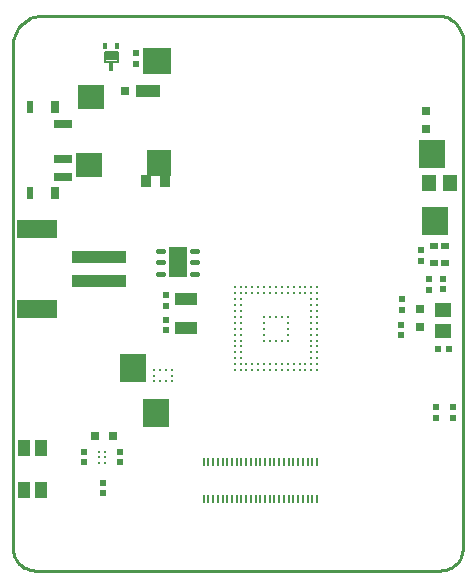
<source format=gbr>
G04 EAGLE Gerber RS-274X export*
G75*
%MOMM*%
%FSLAX34Y34*%
%LPD*%
%INSolderpaste Top*%
%IPPOS*%
%AMOC8*
5,1,8,0,0,1.08239X$1,22.5*%
G01*
%ADD10R,1.150000X1.450000*%
%ADD11R,0.620000X0.620000*%
%ADD12R,1.450000X1.150000*%
%ADD13R,0.950000X1.000000*%
%ADD14R,0.700000X0.600000*%
%ADD15R,4.600000X1.000000*%
%ADD16R,3.400000X1.600000*%
%ADD17R,2.235200X2.489200*%
%ADD18R,2.489200X2.235200*%
%ADD19R,0.195575X0.685800*%
%ADD20R,0.800000X0.800000*%
%ADD21R,0.500000X0.500000*%
%ADD22R,1.050000X1.400000*%
%ADD23R,1.500000X0.700000*%
%ADD24R,0.600000X1.000000*%
%ADD25R,0.800000X1.000000*%
%ADD26C,0.250000*%
%ADD27C,0.254000*%
%ADD28R,1.600000X2.500000*%
%ADD29C,0.450000*%
%ADD30R,1.905000X1.092200*%
%ADD31R,2.235200X2.057400*%
%ADD32R,2.057400X2.235200*%
%ADD33C,0.304800*%
%ADD34R,2.000000X1.100000*%
%ADD35R,0.309213X0.500000*%
%ADD36R,0.309213X0.650000*%
%ADD37C,0.200000*%


D10*
X351934Y328422D03*
X369934Y328422D03*
D11*
X359990Y187960D03*
X368990Y187960D03*
D12*
X364236Y202836D03*
X364236Y220836D03*
D11*
X129540Y233100D03*
X129540Y224100D03*
X129540Y203526D03*
X129540Y212526D03*
X60198Y100766D03*
X60198Y91766D03*
X90678Y100766D03*
X90678Y91766D03*
X329184Y220544D03*
X329184Y229544D03*
X328930Y208208D03*
X328930Y199208D03*
D13*
X112650Y329692D03*
X128650Y329692D03*
D14*
X356188Y260716D03*
X356188Y274716D03*
X366188Y260716D03*
X366188Y274716D03*
D15*
X72560Y245270D03*
X72560Y265270D03*
D16*
X20560Y221270D03*
X20560Y289270D03*
D17*
X357378Y296164D03*
D18*
X122174Y431800D03*
D17*
X121158Y133096D03*
D19*
X201531Y60833D03*
X197531Y60833D03*
X193531Y60833D03*
X189531Y60833D03*
X185531Y60833D03*
X181531Y60833D03*
X177531Y60833D03*
X173531Y60833D03*
X169531Y60833D03*
X165531Y60833D03*
X161531Y60833D03*
X245531Y60833D03*
X241531Y60833D03*
X237531Y60833D03*
X233531Y60833D03*
X229531Y60833D03*
X225531Y60833D03*
X221531Y60833D03*
X217531Y60833D03*
X213531Y60833D03*
X209531Y60833D03*
X205531Y60833D03*
X201531Y91567D03*
X197531Y91567D03*
X193531Y91567D03*
X189531Y91567D03*
X185531Y91567D03*
X181531Y91567D03*
X177531Y91567D03*
X173531Y91567D03*
X169531Y91567D03*
X165531Y91567D03*
X161531Y91567D03*
X245531Y91567D03*
X241531Y91567D03*
X237531Y91567D03*
X233531Y91567D03*
X229531Y91567D03*
X225531Y91567D03*
X221531Y91567D03*
X217531Y91567D03*
X213531Y91567D03*
X209531Y91567D03*
X205531Y91567D03*
X257531Y60833D03*
X253531Y60833D03*
X249531Y60833D03*
X257531Y91567D03*
X253531Y91567D03*
X249531Y91567D03*
D20*
X344932Y206114D03*
X344932Y221114D03*
D21*
X372364Y129104D03*
X372364Y138104D03*
X358648Y129104D03*
X358648Y138104D03*
X345186Y271200D03*
X345186Y262200D03*
X363982Y247070D03*
X363982Y238070D03*
X352044Y246816D03*
X352044Y237816D03*
D20*
X349758Y388754D03*
X349758Y373754D03*
X69462Y114300D03*
X84462Y114300D03*
D22*
X24014Y103852D03*
X24014Y67852D03*
X9514Y103852D03*
X9514Y67852D03*
D23*
X42392Y333354D03*
X42392Y348354D03*
X42392Y378354D03*
D24*
X14892Y319354D03*
D25*
X35892Y319354D03*
D24*
X14892Y392354D03*
D25*
X35892Y392354D03*
D26*
X187758Y239724D03*
X187758Y234724D03*
X187758Y229724D03*
X187758Y224724D03*
X187758Y219724D03*
X187758Y214724D03*
X187758Y209724D03*
X187758Y204724D03*
X187758Y199724D03*
X187758Y194724D03*
X187758Y189724D03*
X187758Y184724D03*
X187758Y179724D03*
X187758Y174724D03*
X187758Y169724D03*
X192758Y169724D03*
X192758Y174724D03*
X192758Y179724D03*
X192758Y184724D03*
X192758Y189724D03*
X192758Y194724D03*
X192758Y199724D03*
X192758Y204724D03*
X192758Y209724D03*
X192758Y214724D03*
X192758Y219724D03*
X192758Y224724D03*
X192758Y229724D03*
X192758Y234724D03*
X192758Y239724D03*
X252758Y239724D03*
X252758Y234724D03*
X252758Y229724D03*
X252758Y224724D03*
X252758Y219724D03*
X252758Y214724D03*
X252758Y209724D03*
X252758Y204724D03*
X252758Y199724D03*
X252758Y194724D03*
X252758Y189724D03*
X252758Y184724D03*
X252758Y179724D03*
X252758Y174724D03*
X252758Y169724D03*
X257758Y169724D03*
X257758Y174724D03*
X257758Y179724D03*
X257758Y184724D03*
X257758Y189724D03*
X257758Y194724D03*
X257758Y199724D03*
X257758Y204724D03*
X257758Y209724D03*
X257758Y214724D03*
X257758Y219724D03*
X257758Y224724D03*
X257758Y229724D03*
X257758Y234724D03*
X257758Y239724D03*
X197758Y239724D03*
X197758Y234724D03*
X202758Y234724D03*
X202758Y239724D03*
X207758Y239724D03*
X207758Y234724D03*
X212758Y234724D03*
X212758Y239724D03*
X217758Y239724D03*
X217758Y234724D03*
X222758Y234724D03*
X222758Y239724D03*
X227758Y239724D03*
X227758Y234724D03*
X232758Y234724D03*
X232758Y239724D03*
X237758Y239724D03*
X237758Y234724D03*
X242758Y234724D03*
X242758Y239724D03*
X247758Y239724D03*
X247758Y234724D03*
X197758Y174724D03*
X197758Y169724D03*
X202758Y169724D03*
X202758Y174724D03*
X207758Y174724D03*
X207758Y169724D03*
X212758Y169724D03*
X212758Y174724D03*
X217758Y174724D03*
X217758Y169724D03*
X222758Y169724D03*
X222758Y174724D03*
X227758Y174724D03*
X227758Y169724D03*
X232758Y169724D03*
X232758Y174724D03*
X237758Y174724D03*
X237758Y169724D03*
X242758Y169724D03*
X242758Y174724D03*
X247758Y174724D03*
X247758Y169724D03*
X212758Y204724D03*
X232758Y204724D03*
X212758Y209724D03*
X232758Y209724D03*
X212758Y199724D03*
X232758Y199724D03*
X212758Y214724D03*
X232758Y214724D03*
X212758Y194724D03*
X232758Y194724D03*
X217758Y214724D03*
X217758Y194724D03*
X222758Y214724D03*
X222758Y194724D03*
X227758Y214724D03*
X227758Y194724D03*
D27*
X77684Y100758D03*
X72684Y100758D03*
X77684Y95758D03*
X72684Y95758D03*
X77684Y90758D03*
X72684Y90758D03*
D28*
X139446Y260858D03*
D29*
X151946Y260858D02*
X155946Y260858D01*
X126946Y260858D02*
X122946Y260858D01*
X151946Y270858D02*
X155946Y270858D01*
X155946Y250858D02*
X151946Y250858D01*
X126946Y250858D02*
X122946Y250858D01*
X122946Y270858D02*
X126946Y270858D01*
D30*
X146812Y229870D03*
X146812Y204978D03*
D31*
X66548Y400685D03*
D32*
X123825Y345186D03*
D31*
X64770Y343027D03*
D33*
X119500Y160100D03*
X119500Y165100D03*
X119500Y170100D03*
X124500Y160100D03*
X124500Y170100D03*
X129500Y160100D03*
X129500Y170100D03*
X134500Y160100D03*
X134500Y165100D03*
X134500Y170100D03*
D17*
X101600Y171450D03*
X354584Y352552D03*
D34*
X114100Y406400D03*
D20*
X95100Y406400D03*
D21*
X104394Y429078D03*
X104394Y438078D03*
D35*
X88312Y443848D03*
D36*
X83312Y426598D03*
D35*
X78312Y443848D03*
D37*
X77812Y438848D02*
X88812Y438848D01*
X88812Y430848D01*
X77812Y430848D01*
X77812Y438848D01*
X77812Y432748D02*
X88812Y432748D01*
X88812Y434648D02*
X77812Y434648D01*
X77812Y436548D02*
X88812Y436548D01*
X88812Y438448D02*
X77812Y438448D01*
D21*
X76200Y65350D03*
X76200Y74350D03*
D27*
X0Y19050D02*
X73Y17390D01*
X289Y15742D01*
X649Y14120D01*
X1149Y12535D01*
X1785Y10999D01*
X2552Y9525D01*
X3445Y8123D01*
X4457Y6805D01*
X5580Y5580D01*
X6805Y4457D01*
X8123Y3445D01*
X9525Y2552D01*
X10999Y1785D01*
X12535Y1149D01*
X14120Y649D01*
X15742Y289D01*
X17390Y73D01*
X19050Y0D01*
X361950Y0D01*
X363610Y73D01*
X365258Y289D01*
X366881Y649D01*
X368465Y1149D01*
X370001Y1785D01*
X371475Y2552D01*
X372877Y3445D01*
X374195Y4457D01*
X375420Y5580D01*
X376543Y6805D01*
X377555Y8123D01*
X378448Y9525D01*
X379215Y10999D01*
X379851Y12535D01*
X380351Y14120D01*
X380711Y15742D01*
X380928Y17390D01*
X381000Y19050D01*
X381000Y444500D01*
X381192Y446449D01*
X381214Y448408D01*
X381064Y450360D01*
X380746Y452293D01*
X380260Y454190D01*
X379610Y456038D01*
X378802Y457822D01*
X377841Y459529D01*
X376736Y461145D01*
X375493Y462660D01*
X374124Y464060D01*
X372637Y465335D01*
X371045Y466476D01*
X369360Y467474D01*
X367594Y468321D01*
X365761Y469011D01*
X363875Y469539D01*
X361950Y469900D01*
X25400Y469900D01*
X23186Y469803D01*
X20989Y469514D01*
X18826Y469035D01*
X16713Y468368D01*
X14666Y467520D01*
X12700Y466497D01*
X10831Y465306D01*
X9073Y463958D01*
X7440Y462461D01*
X5942Y460827D01*
X4594Y459069D01*
X3403Y457200D01*
X2380Y455235D01*
X1532Y453187D01*
X865Y451074D01*
X386Y448911D01*
X97Y446714D01*
X0Y444500D01*
X0Y19050D01*
M02*

</source>
